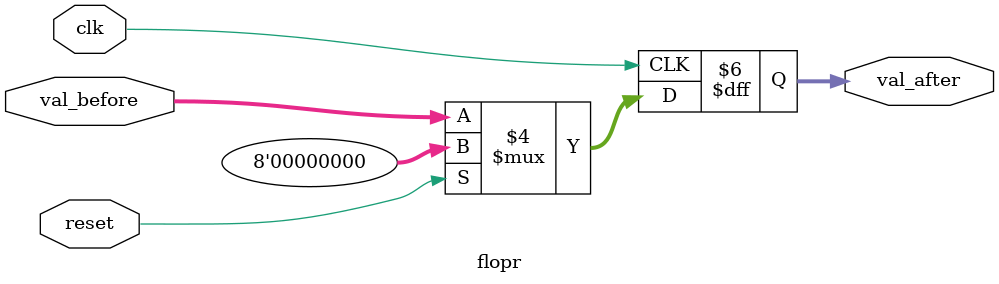
<source format=sv>
module flopr #(parameter WIDTH = 8 )(   
    input  logic clk , reset ,
    input  logic [WIDTH-1:0] val_before,
    output logic [WIDTH-1:0] val_after 
);


initial
    val_after <= 0 ;  

always@(posedge clk)
    if(reset) 
        val_after <= 0 ;
    else 
        val_after <= val_before ; 
        
endmodule




</source>
